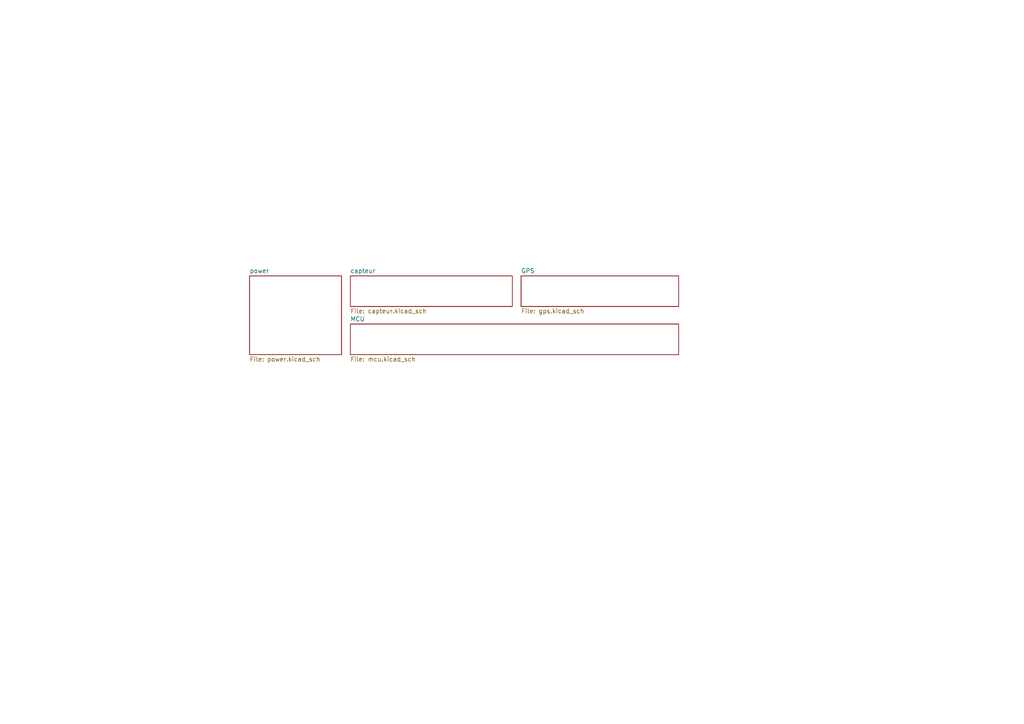
<source format=kicad_sch>
(kicad_sch
	(version 20250114)
	(generator "eeschema")
	(generator_version "9.0")
	(uuid "f18e9cf6-8519-4493-9888-bebeac60f18c")
	(paper "A4")
	(lib_symbols)
	(sheet
		(at 101.6 93.98)
		(size 95.25 8.89)
		(exclude_from_sim no)
		(in_bom yes)
		(on_board yes)
		(dnp no)
		(fields_autoplaced yes)
		(stroke
			(width 0.1524)
			(type solid)
		)
		(fill
			(color 0 0 0 0.0000)
		)
		(uuid "4f5da0f7-32d4-4c35-9e09-eaff048f43d5")
		(property "Sheetname" "MCU"
			(at 101.6 93.2684 0)
			(effects
				(font
					(size 1.27 1.27)
				)
				(justify left bottom)
			)
		)
		(property "Sheetfile" "mcu.kicad_sch"
			(at 101.6 103.4546 0)
			(effects
				(font
					(size 1.27 1.27)
				)
				(justify left top)
			)
		)
		(instances
			(project "horsesense"
				(path "/f18e9cf6-8519-4493-9888-bebeac60f18c"
					(page "2")
				)
			)
		)
	)
	(sheet
		(at 72.39 80.01)
		(size 26.67 22.86)
		(exclude_from_sim no)
		(in_bom yes)
		(on_board yes)
		(dnp no)
		(fields_autoplaced yes)
		(stroke
			(width 0.1524)
			(type solid)
		)
		(fill
			(color 0 0 0 0.0000)
		)
		(uuid "6fcaec40-379c-49eb-807f-b8caccf6fb22")
		(property "Sheetname" "power"
			(at 72.39 79.2984 0)
			(effects
				(font
					(size 1.27 1.27)
				)
				(justify left bottom)
			)
		)
		(property "Sheetfile" "power.kicad_sch"
			(at 72.39 103.4546 0)
			(effects
				(font
					(size 1.27 1.27)
				)
				(justify left top)
			)
		)
		(instances
			(project "horsesense"
				(path "/f18e9cf6-8519-4493-9888-bebeac60f18c"
					(page "5")
				)
			)
		)
	)
	(sheet
		(at 151.13 80.01)
		(size 45.72 8.89)
		(exclude_from_sim no)
		(in_bom yes)
		(on_board yes)
		(dnp no)
		(fields_autoplaced yes)
		(stroke
			(width 0.1524)
			(type solid)
		)
		(fill
			(color 0 0 0 0.0000)
		)
		(uuid "7dd56066-f1cf-4fdc-93cd-5defccfe7df4")
		(property "Sheetname" "GPS"
			(at 151.13 79.2984 0)
			(effects
				(font
					(size 1.27 1.27)
				)
				(justify left bottom)
			)
		)
		(property "Sheetfile" "gps.kicad_sch"
			(at 151.13 89.4846 0)
			(effects
				(font
					(size 1.27 1.27)
				)
				(justify left top)
			)
		)
		(instances
			(project "horsesense"
				(path "/f18e9cf6-8519-4493-9888-bebeac60f18c"
					(page "4")
				)
			)
		)
	)
	(sheet
		(at 101.6 80.01)
		(size 46.99 8.89)
		(exclude_from_sim no)
		(in_bom yes)
		(on_board yes)
		(dnp no)
		(fields_autoplaced yes)
		(stroke
			(width 0.1524)
			(type solid)
		)
		(fill
			(color 0 0 0 0.0000)
		)
		(uuid "ea6c1ed7-481e-430a-be6f-6eac0865153a")
		(property "Sheetname" "capteur"
			(at 101.6 79.2984 0)
			(effects
				(font
					(size 1.27 1.27)
				)
				(justify left bottom)
			)
		)
		(property "Sheetfile" "capteur.kicad_sch"
			(at 101.6 89.4846 0)
			(effects
				(font
					(size 1.27 1.27)
				)
				(justify left top)
			)
		)
		(instances
			(project "horsesense"
				(path "/f18e9cf6-8519-4493-9888-bebeac60f18c"
					(page "3")
				)
			)
		)
	)
	(sheet_instances
		(path "/"
			(page "1")
		)
	)
	(embedded_fonts no)
)

</source>
